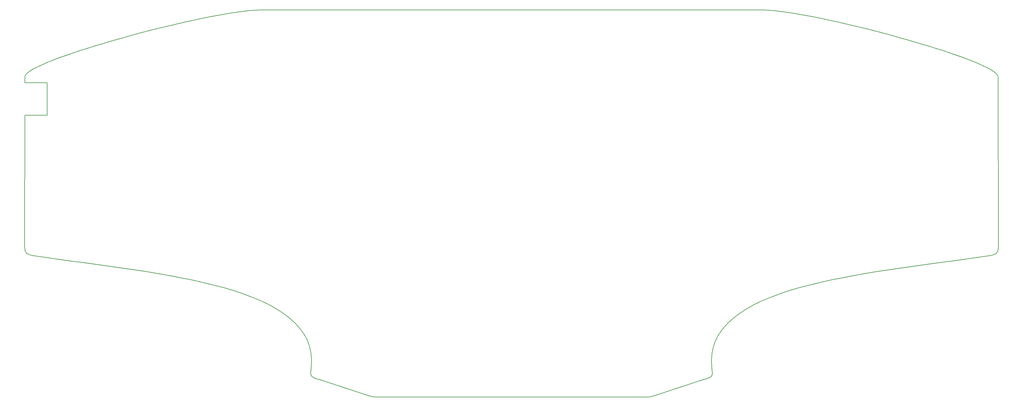
<source format=gm1>
%TF.GenerationSoftware,KiCad,Pcbnew,(5.1.7)-1*%
%TF.CreationDate,2020-11-12T22:52:03+09:00*%
%TF.ProjectId,yacc46,79616363-3436-42e6-9b69-6361645f7063,rev?*%
%TF.SameCoordinates,Original*%
%TF.FileFunction,Profile,NP*%
%FSLAX46Y46*%
G04 Gerber Fmt 4.6, Leading zero omitted, Abs format (unit mm)*
G04 Created by KiCad (PCBNEW (5.1.7)-1) date 2020-11-12 22:52:03*
%MOMM*%
%LPD*%
G01*
G04 APERTURE LIST*
%TA.AperFunction,Profile*%
%ADD10C,0.200000*%
%TD*%
G04 APERTURE END LIST*
D10*
X24290000Y-47000000D02*
X24309000Y-45205567D01*
X30740000Y-56330000D02*
X24290000Y-56350000D01*
X30730000Y-47000000D02*
X30740000Y-56330000D01*
X24290000Y-47000000D02*
X30730000Y-47000000D01*
X107088089Y-129441365D02*
X107192639Y-127266252D01*
X107192639Y-127266252D02*
X107023111Y-125208144D01*
X107023111Y-125208144D02*
X106590123Y-123262855D01*
X106590123Y-123262855D02*
X105904293Y-121426202D01*
X105904293Y-121426202D02*
X104976241Y-119694001D01*
X104976241Y-119694001D02*
X103816585Y-118062069D01*
X103816585Y-118062069D02*
X102435945Y-116526222D01*
X102435945Y-116526222D02*
X100844938Y-115082276D01*
X100844938Y-115082276D02*
X99054184Y-113726046D01*
X99054184Y-113726046D02*
X97074302Y-112453350D01*
X97074302Y-112453350D02*
X94915911Y-111260004D01*
X94915911Y-111260004D02*
X92589629Y-110141823D01*
X92589629Y-110141823D02*
X90106076Y-109094625D01*
X90106076Y-109094625D02*
X87475869Y-108114225D01*
X87475869Y-108114225D02*
X84709628Y-107196439D01*
X84709628Y-107196439D02*
X81817973Y-106337083D01*
X81817973Y-106337083D02*
X78811521Y-105531975D01*
X78811521Y-105531975D02*
X75700891Y-104776930D01*
X75700891Y-104776930D02*
X72496703Y-104067764D01*
X72496703Y-104067764D02*
X69209575Y-103400293D01*
X69209575Y-103400293D02*
X65850126Y-102770334D01*
X65850126Y-102770334D02*
X62428976Y-102173703D01*
X62428976Y-102173703D02*
X58956741Y-101606217D01*
X58956741Y-101606217D02*
X55444043Y-101063690D01*
X55444043Y-101063690D02*
X51901499Y-100541941D01*
X51901499Y-100541941D02*
X48339728Y-100036784D01*
X48339728Y-100036784D02*
X44769350Y-99544036D01*
X44769350Y-99544036D02*
X41200982Y-99059513D01*
X41200982Y-99059513D02*
X37645245Y-98579032D01*
X37645245Y-98579032D02*
X34112756Y-98098409D01*
X34112756Y-98098409D02*
X30614134Y-97613459D01*
X30614134Y-97613459D02*
X27160000Y-97120000D01*
X206369495Y-137541160D02*
X220813175Y-132847410D01*
X302837771Y-97120000D02*
X303104401Y-97077619D01*
X303104401Y-97077619D02*
X303354372Y-97034004D01*
X303354372Y-97034004D02*
X303588220Y-96988841D01*
X303588220Y-96988841D02*
X303806482Y-96941816D01*
X303806482Y-96941816D02*
X304009694Y-96892615D01*
X304009694Y-96892615D02*
X304373115Y-96786427D01*
X304373115Y-96786427D02*
X304682776Y-96667766D01*
X304682776Y-96667766D02*
X304942971Y-96534120D01*
X304942971Y-96534120D02*
X305157991Y-96382976D01*
X305157991Y-96382976D02*
X305332130Y-96211824D01*
X305332130Y-96211824D02*
X305469681Y-96018150D01*
X305469681Y-96018150D02*
X305574937Y-95799443D01*
X305574937Y-95799443D02*
X305652190Y-95553191D01*
X305652190Y-95553191D02*
X305705733Y-95276882D01*
X305705733Y-95276882D02*
X305739860Y-94968003D01*
X305739860Y-94968003D02*
X305758863Y-94624043D01*
X305758863Y-94624043D02*
X305767034Y-94242489D01*
X305767034Y-94242489D02*
X305768400Y-94036830D01*
X305768400Y-94036830D02*
X305768668Y-93820830D01*
X305768668Y-93820830D02*
X305768375Y-93594177D01*
X220813175Y-132847410D02*
X221032269Y-132776127D01*
X221032269Y-132776127D02*
X221237617Y-132708814D01*
X221237617Y-132708814D02*
X221429601Y-132644845D01*
X221429601Y-132644845D02*
X221775015Y-132524447D01*
X221775015Y-132524447D02*
X222071583Y-132409944D01*
X222071583Y-132409944D02*
X222322375Y-132296348D01*
X222322375Y-132296348D02*
X222530464Y-132178668D01*
X222530464Y-132178668D02*
X222698919Y-132051915D01*
X222698919Y-132051915D02*
X222884007Y-131833860D01*
X222884007Y-131833860D02*
X222997195Y-131567327D01*
X222997195Y-131567327D02*
X223037827Y-131354390D01*
X223037827Y-131354390D02*
X223054182Y-131107434D01*
X223054182Y-131107434D02*
X223049330Y-130821469D01*
X223049330Y-130821469D02*
X223026341Y-130491506D01*
X223026341Y-130491506D02*
X222988289Y-130112555D01*
X222988289Y-130112555D02*
X222964572Y-129903151D01*
X222964572Y-129903151D02*
X222938242Y-129679628D01*
X222938242Y-129679628D02*
X222909681Y-129441365D01*
X305688770Y-45205567D02*
X305531246Y-44734906D01*
X305531246Y-44734906D02*
X305074287Y-44211305D01*
X305074287Y-44211305D02*
X304335166Y-43639200D01*
X304335166Y-43639200D02*
X303331158Y-43023029D01*
X303331158Y-43023029D02*
X302079537Y-42367230D01*
X302079537Y-42367230D02*
X300597577Y-41676240D01*
X300597577Y-41676240D02*
X298902553Y-40954498D01*
X298902553Y-40954498D02*
X297011739Y-40206440D01*
X297011739Y-40206440D02*
X294942409Y-39436505D01*
X294942409Y-39436505D02*
X292711838Y-38649130D01*
X292711838Y-38649130D02*
X290337300Y-37848753D01*
X290337300Y-37848753D02*
X287836068Y-37039811D01*
X287836068Y-37039811D02*
X285225418Y-36226742D01*
X285225418Y-36226742D02*
X282522624Y-35413984D01*
X282522624Y-35413984D02*
X279744959Y-34605975D01*
X279744959Y-34605975D02*
X276909699Y-33807151D01*
X276909699Y-33807151D02*
X274034117Y-33021952D01*
X274034117Y-33021952D02*
X271135489Y-32254814D01*
X271135489Y-32254814D02*
X268231087Y-31510175D01*
X268231087Y-31510175D02*
X265338186Y-30792473D01*
X265338186Y-30792473D02*
X262474062Y-30106145D01*
X262474062Y-30106145D02*
X259655987Y-29455629D01*
X259655987Y-29455629D02*
X256901236Y-28845363D01*
X256901236Y-28845363D02*
X254227084Y-28279785D01*
X254227084Y-28279785D02*
X251650805Y-27763331D01*
X251650805Y-27763331D02*
X249189673Y-27300441D01*
X249189673Y-27300441D02*
X246860962Y-26895551D01*
X246860962Y-26895551D02*
X244681947Y-26553099D01*
X244681947Y-26553099D02*
X242669902Y-26277522D01*
X242669902Y-26277522D02*
X240842101Y-26073259D01*
X240842101Y-26073259D02*
X239215818Y-25944748D01*
X239215818Y-25944748D02*
X237808329Y-25896425D01*
X237808329Y-25896425D02*
X233119966Y-25896429D01*
X233119966Y-25896429D02*
X228437822Y-25896434D01*
X228437822Y-25896434D02*
X223762163Y-25896438D01*
X223762163Y-25896438D02*
X219093257Y-25896442D01*
X219093257Y-25896442D02*
X214431370Y-25896445D01*
X214431370Y-25896445D02*
X209776770Y-25896449D01*
X209776770Y-25896449D02*
X205129724Y-25896452D01*
X205129724Y-25896452D02*
X200490498Y-25896454D01*
X200490498Y-25896454D02*
X195859360Y-25896457D01*
X195859360Y-25896457D02*
X191236577Y-25896459D01*
X191236577Y-25896459D02*
X186622416Y-25896460D01*
X186622416Y-25896460D02*
X182017143Y-25896462D01*
X182017143Y-25896462D02*
X177421027Y-25896463D01*
X177421027Y-25896463D02*
X172834334Y-25896464D01*
X172834334Y-25896464D02*
X168257331Y-25896464D01*
X168257331Y-25896464D02*
X163690286Y-25896464D01*
X163690286Y-25896464D02*
X159133464Y-25896464D01*
X159133464Y-25896464D02*
X154587134Y-25896464D01*
X154587134Y-25896464D02*
X150051563Y-25896463D01*
X150051563Y-25896463D02*
X145527017Y-25896462D01*
X145527017Y-25896462D02*
X141013763Y-25896460D01*
X141013763Y-25896460D02*
X136512069Y-25896459D01*
X136512069Y-25896459D02*
X132022202Y-25896457D01*
X132022202Y-25896457D02*
X127544429Y-25896454D01*
X127544429Y-25896454D02*
X123079016Y-25896452D01*
X123079016Y-25896452D02*
X118626232Y-25896449D01*
X118626232Y-25896449D02*
X114186342Y-25896445D01*
X114186342Y-25896445D02*
X109759615Y-25896442D01*
X109759615Y-25896442D02*
X105346316Y-25896438D01*
X105346316Y-25896438D02*
X100946714Y-25896434D01*
X100946714Y-25896434D02*
X96561074Y-25896429D01*
X96561074Y-25896429D02*
X92189666Y-25896425D01*
X222909681Y-129441365D02*
X222805130Y-127266252D01*
X222805130Y-127266252D02*
X222974658Y-125208144D01*
X222974658Y-125208144D02*
X223407646Y-123262855D01*
X223407646Y-123262855D02*
X224093476Y-121426202D01*
X224093476Y-121426202D02*
X225021528Y-119694001D01*
X225021528Y-119694001D02*
X226181184Y-118062069D01*
X226181184Y-118062069D02*
X227561824Y-116526222D01*
X227561824Y-116526222D02*
X229152831Y-115082276D01*
X229152831Y-115082276D02*
X230943584Y-113726046D01*
X230943584Y-113726046D02*
X232923466Y-112453350D01*
X232923466Y-112453350D02*
X235081858Y-111260004D01*
X235081858Y-111260004D02*
X237408140Y-110141823D01*
X237408140Y-110141823D02*
X239891693Y-109094625D01*
X239891693Y-109094625D02*
X242521900Y-108114225D01*
X242521900Y-108114225D02*
X245288140Y-107196439D01*
X245288140Y-107196439D02*
X248179796Y-106337083D01*
X248179796Y-106337083D02*
X251186248Y-105531975D01*
X251186248Y-105531975D02*
X254296878Y-104776930D01*
X254296878Y-104776930D02*
X257501066Y-104067764D01*
X257501066Y-104067764D02*
X260788194Y-103400293D01*
X260788194Y-103400293D02*
X264147642Y-102770334D01*
X264147642Y-102770334D02*
X267568793Y-102173703D01*
X267568793Y-102173703D02*
X271041027Y-101606217D01*
X271041027Y-101606217D02*
X274553726Y-101063690D01*
X274553726Y-101063690D02*
X278096270Y-100541941D01*
X278096270Y-100541941D02*
X281658041Y-100036784D01*
X281658041Y-100036784D02*
X285228419Y-99544036D01*
X285228419Y-99544036D02*
X288796787Y-99059513D01*
X288796787Y-99059513D02*
X292352525Y-98579032D01*
X292352525Y-98579032D02*
X295885014Y-98098409D01*
X295885014Y-98098409D02*
X299383635Y-97613459D01*
X299383635Y-97613459D02*
X302837771Y-97120000D01*
X123628275Y-137541160D02*
X109184596Y-132847410D01*
X24229396Y-93594177D02*
X24290000Y-56350000D01*
X203628556Y-137951424D02*
X201126561Y-137951433D01*
X201126561Y-137951433D02*
X198634986Y-137951442D01*
X198634986Y-137951442D02*
X196153355Y-137951449D01*
X196153355Y-137951449D02*
X193681190Y-137951456D01*
X193681190Y-137951456D02*
X191218017Y-137951462D01*
X191218017Y-137951462D02*
X188763357Y-137951467D01*
X188763357Y-137951467D02*
X186316734Y-137951472D01*
X186316734Y-137951472D02*
X183877673Y-137951476D01*
X183877673Y-137951476D02*
X181445695Y-137951479D01*
X181445695Y-137951479D02*
X179020326Y-137951481D01*
X179020326Y-137951481D02*
X176601088Y-137951483D01*
X176601088Y-137951483D02*
X174187504Y-137951484D01*
X174187504Y-137951484D02*
X171779098Y-137951485D01*
X171779098Y-137951485D02*
X169375395Y-137951485D01*
X169375395Y-137951485D02*
X166975916Y-137951484D01*
X166975916Y-137951484D02*
X164580185Y-137951483D01*
X164580185Y-137951483D02*
X162187727Y-137951482D01*
X162187727Y-137951482D02*
X159798064Y-137951480D01*
X159798064Y-137951480D02*
X157410720Y-137951477D01*
X157410720Y-137951477D02*
X155025218Y-137951475D01*
X155025218Y-137951475D02*
X152641082Y-137951472D01*
X152641082Y-137951472D02*
X150257836Y-137951468D01*
X150257836Y-137951468D02*
X147875002Y-137951465D01*
X147875002Y-137951465D02*
X145492104Y-137951461D01*
X145492104Y-137951461D02*
X143108666Y-137951457D01*
X143108666Y-137951457D02*
X140724211Y-137951452D01*
X140724211Y-137951452D02*
X138338262Y-137951448D01*
X138338262Y-137951448D02*
X135950344Y-137951443D01*
X135950344Y-137951443D02*
X133559978Y-137951438D01*
X133559978Y-137951438D02*
X131166690Y-137951433D01*
X131166690Y-137951433D02*
X128770002Y-137951428D01*
X128770002Y-137951428D02*
X126369439Y-137951424D01*
X109184596Y-132847410D02*
X108965501Y-132776127D01*
X108965501Y-132776127D02*
X108760153Y-132708814D01*
X108760153Y-132708814D02*
X108568169Y-132644845D01*
X108568169Y-132644845D02*
X108222755Y-132524447D01*
X108222755Y-132524447D02*
X107926187Y-132409944D01*
X107926187Y-132409944D02*
X107675394Y-132296348D01*
X107675394Y-132296348D02*
X107467306Y-132178668D01*
X107467306Y-132178668D02*
X107298851Y-132051915D01*
X107298851Y-132051915D02*
X107113762Y-131833860D01*
X107113762Y-131833860D02*
X107000574Y-131567327D01*
X107000574Y-131567327D02*
X106959942Y-131354390D01*
X106959942Y-131354390D02*
X106943587Y-131107434D01*
X106943587Y-131107434D02*
X106948439Y-130821469D01*
X106948439Y-130821469D02*
X106971428Y-130491506D01*
X106971428Y-130491506D02*
X107009480Y-130112555D01*
X107009480Y-130112555D02*
X107033197Y-129903151D01*
X107033197Y-129903151D02*
X107059527Y-129679628D01*
X107059527Y-129679628D02*
X107088089Y-129441365D01*
X126369214Y-137951424D02*
X126108664Y-137951323D01*
X126108664Y-137951323D02*
X125878749Y-137950622D01*
X125878749Y-137950622D02*
X125675456Y-137948719D01*
X125675456Y-137948719D02*
X125411646Y-137942296D01*
X125411646Y-137942296D02*
X125185149Y-137929788D01*
X125185149Y-137929788D02*
X124982412Y-137909168D01*
X124982412Y-137909168D02*
X124725637Y-137865547D01*
X124725637Y-137865547D02*
X124525646Y-137818108D01*
X124525646Y-137818108D02*
X124304246Y-137755794D01*
X124304246Y-137755794D02*
X124047888Y-137676579D01*
X124047888Y-137676579D02*
X123850869Y-137613376D01*
X123850869Y-137613376D02*
X123628275Y-137541160D01*
X305768375Y-93594177D02*
X305688770Y-45205567D01*
X203628556Y-137951424D02*
X203889105Y-137951323D01*
X203889105Y-137951323D02*
X204119020Y-137950622D01*
X204119020Y-137950622D02*
X204322313Y-137948719D01*
X204322313Y-137948719D02*
X204586123Y-137942296D01*
X204586123Y-137942296D02*
X204812620Y-137929788D01*
X204812620Y-137929788D02*
X205015357Y-137909168D01*
X205015357Y-137909168D02*
X205272132Y-137865547D01*
X205272132Y-137865547D02*
X205472123Y-137818108D01*
X205472123Y-137818108D02*
X205693523Y-137755794D01*
X205693523Y-137755794D02*
X205949881Y-137676579D01*
X205949881Y-137676579D02*
X206146900Y-137613376D01*
X206146900Y-137613376D02*
X206369495Y-137541160D01*
X24309000Y-45205567D02*
X24466523Y-44734906D01*
X24466523Y-44734906D02*
X24923483Y-44211305D01*
X24923483Y-44211305D02*
X25662604Y-43639200D01*
X25662604Y-43639200D02*
X26666612Y-43023029D01*
X26666612Y-43023029D02*
X27918233Y-42367230D01*
X27918233Y-42367230D02*
X29400192Y-41676240D01*
X29400192Y-41676240D02*
X31095216Y-40954498D01*
X31095216Y-40954498D02*
X32986030Y-40206440D01*
X32986030Y-40206440D02*
X35055360Y-39436505D01*
X35055360Y-39436505D02*
X37285932Y-38649130D01*
X37285932Y-38649130D02*
X39660470Y-37848753D01*
X39660470Y-37848753D02*
X42161702Y-37039811D01*
X42161702Y-37039811D02*
X44772352Y-36226742D01*
X44772352Y-36226742D02*
X47475146Y-35413984D01*
X47475146Y-35413984D02*
X50252810Y-34605975D01*
X50252810Y-34605975D02*
X53088071Y-33807151D01*
X53088071Y-33807151D02*
X55963652Y-33021952D01*
X55963652Y-33021952D02*
X58862281Y-32254814D01*
X58862281Y-32254814D02*
X61766683Y-31510175D01*
X61766683Y-31510175D02*
X64659583Y-30792473D01*
X64659583Y-30792473D02*
X67523708Y-30106145D01*
X67523708Y-30106145D02*
X70341783Y-29455629D01*
X70341783Y-29455629D02*
X73096533Y-28845363D01*
X73096533Y-28845363D02*
X75770685Y-28279785D01*
X75770685Y-28279785D02*
X78346965Y-27763331D01*
X78346965Y-27763331D02*
X80808097Y-27300441D01*
X80808097Y-27300441D02*
X83136808Y-26895551D01*
X83136808Y-26895551D02*
X85315823Y-26553099D01*
X85315823Y-26553099D02*
X87327868Y-26277522D01*
X87327868Y-26277522D02*
X89155669Y-26073259D01*
X89155669Y-26073259D02*
X90781951Y-25944748D01*
X90781951Y-25944748D02*
X92189441Y-25896425D01*
X27160000Y-97120000D02*
X26893369Y-97077619D01*
X26893369Y-97077619D02*
X26643398Y-97034004D01*
X26643398Y-97034004D02*
X26409549Y-96988841D01*
X26409549Y-96988841D02*
X26191288Y-96941816D01*
X26191288Y-96941816D02*
X25988075Y-96892615D01*
X25988075Y-96892615D02*
X25624654Y-96786427D01*
X25624654Y-96786427D02*
X25314993Y-96667766D01*
X25314993Y-96667766D02*
X25054799Y-96534120D01*
X25054799Y-96534120D02*
X24839778Y-96382976D01*
X24839778Y-96382976D02*
X24665639Y-96211824D01*
X24665639Y-96211824D02*
X24528088Y-96018150D01*
X24528088Y-96018150D02*
X24422832Y-95799443D01*
X24422832Y-95799443D02*
X24345580Y-95553191D01*
X24345580Y-95553191D02*
X24292036Y-95276882D01*
X24292036Y-95276882D02*
X24257910Y-94968003D01*
X24257910Y-94968003D02*
X24238907Y-94624043D01*
X24238907Y-94624043D02*
X24230735Y-94242489D01*
X24230735Y-94242489D02*
X24229370Y-94036830D01*
X24229370Y-94036830D02*
X24229102Y-93820830D01*
X24229102Y-93820830D02*
X24229396Y-93594177D01*
M02*

</source>
